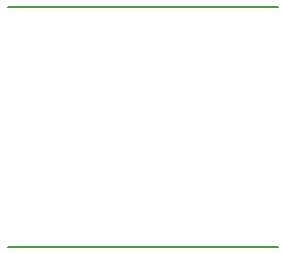
<source format=gbr>
G04 #@! TF.FileFunction,Profile,NP*
%FSLAX46Y46*%
G04 Gerber Fmt 4.6, Leading zero omitted, Abs format (unit mm)*
G04 Created by KiCad (PCBNEW 4.0.7-e2-6376~58~ubuntu16.04.1) date Tue Oct 24 22:26:34 2017*
%MOMM*%
%LPD*%
G01*
G04 APERTURE LIST*
%ADD10C,0.100000*%
%ADD11C,0.150000*%
G04 APERTURE END LIST*
D10*
D11*
X0Y-1905000D02*
X22860000Y-1905000D01*
X0Y18415000D02*
X22860000Y18415000D01*
M02*

</source>
